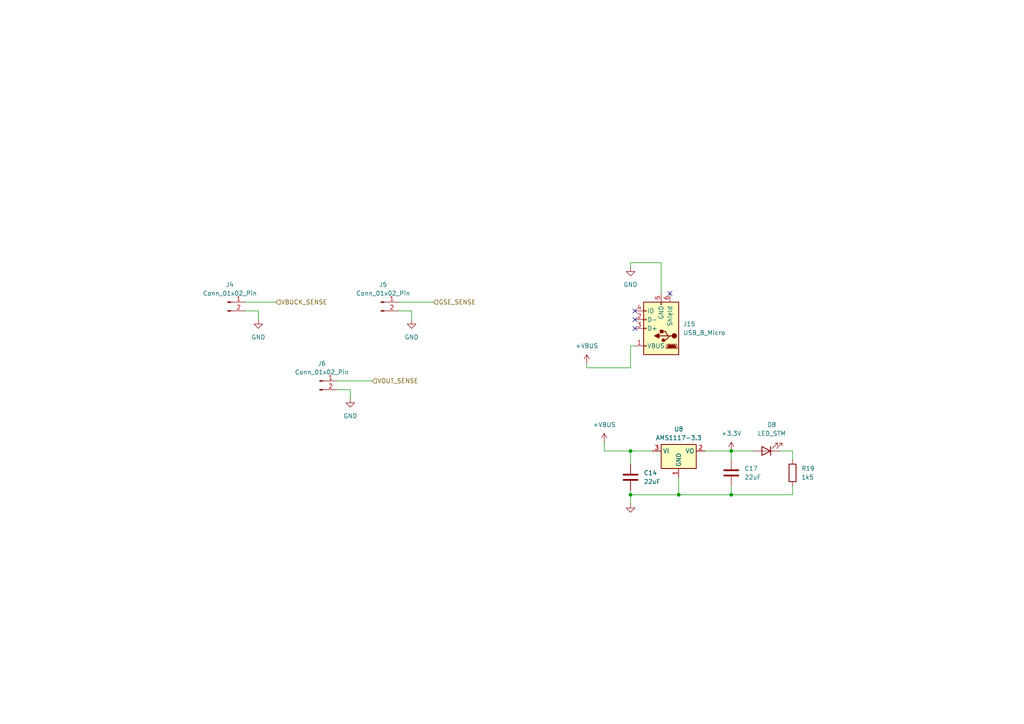
<source format=kicad_sch>
(kicad_sch (version 20250114) (generator "eeschema") (generator_version "9.0")
  (paper "A4")
  (lib_symbols
    (symbol "Connector:Conn_01x02_Pin" (pin_names (offset 1.016) (hide yes))
      (property "Reference" "J" (at 0 2.54 0))
      (property "Value" "Conn_01x02_Pin" (at 0 -5.08 0))
      (symbol "Conn_01x02_Pin_1_1"
        (rectangle (start 0.8636 0.127) (end 0 -0.127) (stroke (width 0.1524)) (fill (type outline)))
        (rectangle (start 0.8636 -2.413) (end 0 -2.667) (stroke (width 0.1524)) (fill (type outline)))
        (polyline (pts (xy 1.27 0) (xy 0.8636 0)) (stroke (width 0.1524)))
        (polyline (pts (xy 1.27 -2.54) (xy 0.8636 -2.54)) (stroke (width 0.1524)))
        (pin passive line (at 5.08 0 180) (length 3.81) (name "Pin_1") (number "1"))
        (pin passive line (at 5.08 -2.54 180) (length 3.81) (name "Pin_2") (number "2"))
      )
    )
    (symbol "Connector:USB_B_Micro" (pin_names (offset 1.016))
      (property "Reference" "J" (at -5.08 11.43 0))
      (property "Value" "USB_B_Micro" (at -5.08 8.89 0))
      (symbol "USB_B_Micro_0_1"
        (rectangle (start -5.08 -7.62) (end 5.08 7.62) (stroke (width 0.254)) (fill (type background)))
        (polyline (pts (xy -4.699 5.842) (xy -4.699 5.588) (xy -4.445 4.826) (xy -4.445 4.572) (xy -1.651 4.572) (xy -1.651 4.826) (xy -1.397 5.588) (xy -1.397 5.842) (xy -4.699 5.842)))
        (polyline (pts (xy -4.318 5.588) (xy -1.778 5.588) (xy -2.032 4.826) (xy -4.064 4.826) (xy -4.318 5.588)) (fill (type outline)))
        (circle (center -3.81 2.159) (radius 0.635) (stroke (width 0.254)) (fill (type outline)))
        (polyline (pts (xy -3.175 2.159) (xy -2.54 2.159) (xy -1.27 3.429) (xy -0.635 3.429)) (stroke (width 0.254)))
        (polyline (pts (xy -2.54 2.159) (xy -1.905 2.159) (xy -1.27 0.889) (xy 0 0.889)) (stroke (width 0.254)))
        (polyline (pts (xy -1.905 2.159) (xy 0.635 2.159)) (stroke (width 0.254)))
        (circle (center -0.635 3.429) (radius 0.381) (stroke (width 0.254)) (fill (type outline)))
        (rectangle (start -0.127 -7.62) (end 0.127 -6.858))
        (rectangle (start 0.254 1.27) (end -0.508 0.508) (stroke (width 0.254)) (fill (type outline)))
        (polyline (pts (xy 0.635 2.794) (xy 0.635 1.524) (xy 1.905 2.159) (xy 0.635 2.794)) (stroke (width 0.254)) (fill (type outline)))
        (rectangle (start 5.08 4.953) (end 4.318 5.207))
        (rectangle (start 5.08 -0.127) (end 4.318 0.127))
        (rectangle (start 5.08 -2.667) (end 4.318 -2.413))
        (rectangle (start 5.08 -5.207) (end 4.318 -4.953))
      )
      (symbol "USB_B_Micro_1_1"
        (pin passive line (at -2.54 -10.16 90) (length 2.54) (name "Shield") (number "6"))
        (pin power_out line (at 0 -10.16 90) (length 2.54) (name "GND") (number "5"))
        (pin power_out line (at 7.62 5.08 180) (length 2.54) (name "VBUS") (number "1"))
        (pin bidirectional line (at 7.62 0 180) (length 2.54) (name "D+") (number "3"))
        (pin bidirectional line (at 7.62 -2.54 180) (length 2.54) (name "D-") (number "2"))
        (pin passive line (at 7.62 -5.08 180) (length 2.54) (name "ID") (number "4"))
      )
    )
    (symbol "Device:C" (pin_numbers (hide yes)) (pin_names (offset 0.254))
      (property "Reference" "C" (at 0.635 2.54 0))
      (property "Value" "C" (at 0.635 -2.54 0))
      (symbol "C_0_1"
        (polyline (pts (xy -2.032 0.762) (xy 2.032 0.762)) (stroke (width 0.508)))
        (polyline (pts (xy -2.032 -0.762) (xy 2.032 -0.762)) (stroke (width 0.508)))
      )
      (symbol "C_1_1"
        (pin passive line (at 0 3.81 270) (length 2.794) (name "~") (number "1"))
        (pin passive line (at 0 -3.81 90) (length 2.794) (name "~") (number "2"))
      )
    )
    (symbol "Device:LED" (pin_numbers (hide yes)) (pin_names (offset 1.016) (hide yes))
      (property "Reference" "D" (at 0 2.54 0))
      (property "Value" "LED" (at 0 -2.54 0))
      (symbol "LED_0_1"
        (polyline (pts (xy -3.048 -0.762) (xy -4.572 -2.286) (xy -3.81 -2.286) (xy -4.572 -2.286) (xy -4.572 -1.524)))
        (polyline (pts (xy -1.778 -0.762) (xy -3.302 -2.286) (xy -2.54 -2.286) (xy -3.302 -2.286) (xy -3.302 -1.524)))
        (polyline (pts (xy -1.27 0) (xy 1.27 0)))
        (polyline (pts (xy -1.27 -1.27) (xy -1.27 1.27)) (stroke (width 0.254)))
        (polyline (pts (xy 1.27 -1.27) (xy 1.27 1.27) (xy -1.27 0) (xy 1.27 -1.27)) (stroke (width 0.254)))
      )
      (symbol "LED_1_1"
        (pin passive line (at -3.81 0 0) (length 2.54) (name "K") (number "1"))
        (pin passive line (at 3.81 0 180) (length 2.54) (name "A") (number "2"))
      )
    )
    (symbol "Device:R" (pin_numbers (hide yes)) (pin_names (offset 0))
      (property "Reference" "R" (at 2.032 0 90))
      (property "Value" "R" (at 0 0 90))
      (symbol "R_0_1"
        (rectangle (start -1.016 -2.54) (end 1.016 2.54) (stroke (width 0.254)))
      )
      (symbol "R_1_1"
        (pin passive line (at 0 3.81 270) (length 1.27) (name "~") (number "1"))
        (pin passive line (at 0 -3.81 90) (length 1.27) (name "~") (number "2"))
      )
    )
    (symbol "Regulator_Linear:AMS1117-3.3"
      (property "Reference" "U" (at -3.81 3.175 0))
      (property "Value" "AMS1117-3.3" (at 0 3.175 0))
      (symbol "AMS1117-3.3_0_1"
        (rectangle (start -5.08 -5.08) (end 5.08 1.905) (stroke (width 0.254)) (fill (type background)))
      )
      (symbol "AMS1117-3.3_1_1"
        (pin power_in line (at -7.62 0 0) (length 2.54) (name "VI") (number "3"))
        (pin power_in line (at 0 -7.62 90) (length 2.54) (name "GND") (number "1"))
        (pin power_out line (at 7.62 0 180) (length 2.54) (name "VO") (number "2"))
      )
    )
    (symbol "power:+3.3V" (power) (pin_numbers (hide yes)) (pin_names (offset 0) (hide yes))
      (property "Value" "+3.3V" (at 0 3.556 0))
      (symbol "+3.3V_0_1"
        (polyline (pts (xy -0.762 1.27) (xy 0 2.54)))
        (polyline (pts (xy 0 2.54) (xy 0.762 1.27)))
        (polyline (pts (xy 0 0) (xy 0 2.54)))
      )
      (symbol "+3.3V_1_1"
        (pin power_in line (at 0 0 90) (length 0) (name "~") (number "1"))
      )
    )
    (symbol "power:+5V" (power) (pin_numbers (hide yes)) (pin_names (offset 0) (hide yes))
      (property "Value" "+5V" (at 0 3.556 0))
      (symbol "+5V_0_1"
        (polyline (pts (xy -0.762 1.27) (xy 0 2.54)))
        (polyline (pts (xy 0 2.54) (xy 0.762 1.27)))
        (polyline (pts (xy 0 0) (xy 0 2.54)))
      )
      (symbol "+5V_1_1"
        (pin power_in line (at 0 0 90) (length 0) (name "~") (number "1"))
      )
    )
    (symbol "power:+VSW" (power) (pin_numbers (hide yes)) (pin_names (offset 0) (hide yes))
      (property "Value" "+VSW" (at 0 3.556 0))
      (symbol "+VSW_0_1"
        (polyline (pts (xy -0.762 1.27) (xy 0 2.54)))
        (polyline (pts (xy 0 2.54) (xy 0.762 1.27)))
        (polyline (pts (xy 0 0) (xy 0 2.54)))
      )
      (symbol "+VSW_1_1"
        (pin power_in line (at 0 0 90) (length 0) (name "~") (number "1"))
      )
    )
    (symbol "power:GND" (power) (pin_numbers (hide yes)) (pin_names (offset 0) (hide yes))
      (property "Value" "GND" (at 0 -3.81 0))
      (symbol "GND_0_1"
        (polyline (pts (xy 0 0) (xy 0 -1.27) (xy 1.27 -1.27) (xy 0 -2.54) (xy -1.27 -1.27) (xy 0 -1.27)))
      )
      (symbol "GND_1_1"
        (pin power_in line (at 0 0 270) (length 0) (name "~") (number "1"))
      )
    )
  )
  (junction (at 196.85 143.51))
  (junction (at 182.88 130.81))
  (junction (at 212.09 143.51))
  (junction (at 182.88 143.51))
  (junction (at 212.09 130.81))
  (no_connect (at 184.15 95.25))
  (no_connect (at 184.15 90.17))
  (no_connect (at 184.15 92.71))
  (no_connect (at 194.31 85.09))
  (wire (pts (xy 196.85 143.51) (xy 212.09 143.51)))
  (wire (pts (xy 226.06 130.81) (xy 229.87 130.81)))
  (wire (pts (xy 101.6 113.03) (xy 97.79 113.03)))
  (wire (pts (xy 182.88 76.2) (xy 182.88 77.47)))
  (wire (pts (xy 229.87 140.97) (xy 229.87 143.51)))
  (wire (pts (xy 97.79 110.49) (xy 107.95 110.49)))
  (wire (pts (xy 229.87 130.81) (xy 229.87 133.35)))
  (wire (pts (xy 212.09 130.81) (xy 218.44 130.81)))
  (wire (pts (xy 182.88 143.51) (xy 196.85 143.51)))
  (wire (pts (xy 229.87 143.51) (xy 212.09 143.51)))
  (wire (pts (xy 196.85 138.43) (xy 196.85 143.51)))
  (wire (pts (xy 182.88 100.33) (xy 184.15 100.33)))
  (wire (pts (xy 175.26 128.27) (xy 175.26 130.81)))
  (wire (pts (xy 182.88 130.81) (xy 182.88 134.62)))
  (wire (pts (xy 119.38 92.71) (xy 119.38 90.17)))
  (wire (pts (xy 212.09 140.97) (xy 212.09 143.51)))
  (wire (pts (xy 74.93 92.71) (xy 74.93 90.17)))
  (wire (pts (xy 101.6 115.57) (xy 101.6 113.03)))
  (wire (pts (xy 189.23 130.81) (xy 182.88 130.81)))
  (wire (pts (xy 115.57 87.63) (xy 125.73 87.63)))
  (wire (pts (xy 191.77 76.2) (xy 182.88 76.2)))
  (wire (pts (xy 204.47 130.81) (xy 212.09 130.81)))
  (wire (pts (xy 170.18 106.68) (xy 182.88 106.68)))
  (wire (pts (xy 175.26 130.81) (xy 182.88 130.81)))
  (wire (pts (xy 74.93 90.17) (xy 71.12 90.17)))
  (wire (pts (xy 212.09 130.81) (xy 212.09 133.35)))
  (wire (pts (xy 182.88 143.51) (xy 182.88 146.05)))
  (wire (pts (xy 182.88 106.68) (xy 182.88 100.33)))
  (wire (pts (xy 191.77 85.09) (xy 191.77 76.2)))
  (wire (pts (xy 71.12 87.63) (xy 80.01 87.63)))
  (wire (pts (xy 170.18 105.41) (xy 170.18 106.68)))
  (wire (pts (xy 182.88 142.24) (xy 182.88 143.51)))
  (wire (pts (xy 119.38 90.17) (xy 115.57 90.17)))
  (hierarchical_label "VOUT_SENSE" (shape input) (at 107.95 110.49 0))
  (hierarchical_label "VBUCK_SENSE" (shape input) (at 80.01 87.63 0))
  (hierarchical_label "GSE_SENSE" (shape input) (at 125.73 87.63 0))
  (symbol (lib_id "Device:C") (at 182.88 138.43 180) (unit 1)
    (property "Reference" "C14" (at 186.69 137.1599 0) (effects (justify right)))
    (property "Value" "22uF" (at 186.69 139.6999 0) (effects (justify right)))
    (property "Footprint" "Capacitor_SMD:C_0603_1608Metric" (effects (hide yes)))
    (property "Description" "Unpolarized capacitor" (effects (hide yes)))
  )
  (symbol (lib_id "Regulator_Linear:AMS1117-3.3") (at 196.85 130.81 0) (unit 1)
    (property "Reference" "U8" (at 196.85 124.46 0))
    (property "Value" "AMS1117-3.3" (at 196.85 127 0))
    (property "Footprint" "Package_TO_SOT_SMD:SOT-223-3_TabPin2" (effects (hide yes)))
    (property "Datasheet" "http://www.advanced-monolithic.com/pdf/ds1117.pdf" (effects (hide yes)))
    (property "Description" "1A Low Dropout regulator, positive, 3.3V fixed output, SOT-223" (effects (hide yes)))
  )
  (symbol (lib_id "Connector:Conn_01x02_Pin") (at 66.04 87.63 0) (unit 1)
    (property "Reference" "J4" (at 66.675 82.55 0))
    (property "Value" "Conn_01x02_Pin" (at 66.675 85.09 0))
    (property "Footprint" "Connector_PinHeader_2.54mm:PinHeader_1x02_P2.54mm_Vertical" (effects (hide yes)))
    (property "Description" "Generic connector, single row, 01x02, script generated" (effects (hide yes)))
  )
  (symbol (lib_id "Connector:Conn_01x02_Pin") (at 92.71 110.49 0) (unit 1)
    (property "Reference" "J6" (at 93.345 105.41 0))
    (property "Value" "Conn_01x02_Pin" (at 93.345 107.95 0))
    (property "Footprint" "Connector_PinHeader_2.54mm:PinHeader_1x02_P2.54mm_Vertical" (effects (hide yes)))
    (property "Description" "Generic connector, single row, 01x02, script generated" (effects (hide yes)))
  )
  (symbol (lib_id "power:GND") (at 182.88 146.05 0) (unit 1)
    (property "Reference" "#PWR054" (effects (hide yes)))
    (property "Value" "GND" (effects (hide yes)))
    (property "Description" "Power symbol creates a global label with name \"GND\" , ground" (effects (hide yes)))
  )
  (symbol (lib_id "power:+5V") (at 175.26 128.27 0) (unit 1)
    (property "Reference" "#PWR048" (effects (hide yes)))
    (property "Value" "+VBUS" (at 175.26 123.19 0))
    (property "Description" "Power symbol creates a global label with name \"+5V\"" (effects (hide yes)))
  )
  (symbol (lib_id "Device:R") (at 229.87 137.16 180) (unit 1)
    (property "Reference" "R19" (at 232.41 135.8899 0) (effects (justify right)))
    (property "Value" "1k5" (at 232.41 138.4299 0) (effects (justify right)))
    (property "Footprint" "Resistor_SMD:R_0603_1608Metric" (effects (hide yes)))
    (property "Description" "Resistor" (effects (hide yes)))
  )
  (symbol (lib_id "power:GND") (at 182.88 77.47 0) (unit 1)
    (property "Reference" "#PWR047" (effects (hide yes)))
    (property "Value" "GND" (at 182.88 82.55 0))
    (property "Description" "Power symbol creates a global label with name \"GND\" , ground" (effects (hide yes)))
  )
  (symbol (lib_id "Device:LED") (at 222.25 130.81 180) (unit 1)
    (property "Reference" "D8" (at 223.8375 123.19 0))
    (property "Value" "LED_STM" (at 223.8375 125.73 0))
    (property "Footprint" "Diode_SMD:D_0603_1608Metric" (effects (hide yes)))
    (property "Description" "Light emitting diode" (effects (hide yes)))
    (property "Sim.Pins" "1=K 2=A" (effects (hide yes)))
  )
  (symbol (lib_id "power:GND") (at 101.6 115.57 0) (unit 1)
    (property "Reference" "#PWR043" (effects (hide yes)))
    (property "Value" "GND" (at 101.6 120.65 0))
    (property "Description" "Power symbol creates a global label with name \"GND\" , ground" (effects (hide yes)))
  )
  (symbol (lib_id "power:+3.3V") (at 212.09 130.81 0) (unit 1)
    (property "Reference" "#PWR055" (effects (hide yes)))
    (property "Value" "+3.3V" (at 212.09 125.73 0))
    (property "Description" "Power symbol creates a global label with name \"+3.3V\"" (effects (hide yes)))
  )
  (symbol (lib_id "Connector:USB_B_Micro") (at 191.77 95.25 180) (unit 1)
    (property "Reference" "J15" (at 198.12 93.9799 0) (effects (justify right)))
    (property "Value" "USB_B_Micro" (at 198.12 96.5199 0) (effects (justify right)))
    (property "Footprint" "Connector_USB:USB_Micro-AB_Molex_47590-0001" (effects (hide yes)))
    (property "Description" "USB Micro Type B connector" (effects (hide yes)))
  )
  (symbol (lib_id "power:GND") (at 74.93 92.71 0) (unit 1)
    (property "Reference" "#PWR019" (effects (hide yes)))
    (property "Value" "GND" (at 74.93 97.79 0))
    (property "Description" "Power symbol creates a global label with name \"GND\" , ground" (effects (hide yes)))
  )
  (symbol (lib_id "power:GND") (at 119.38 92.71 0) (unit 1)
    (property "Reference" "#PWR020" (effects (hide yes)))
    (property "Value" "GND" (at 119.38 97.79 0))
    (property "Description" "Power symbol creates a global label with name \"GND\" , ground" (effects (hide yes)))
  )
  (symbol (lib_id "power:+VSW") (at 170.18 105.41 0) (unit 1)
    (property "Reference" "#PWR045" (effects (hide yes)))
    (property "Value" "+VBUS" (at 170.18 100.33 0))
    (property "Description" "Power symbol creates a global label with name \"+VSW\"" (effects (hide yes)))
  )
  (symbol (lib_id "Device:C") (at 212.09 137.16 180) (unit 1)
    (property "Reference" "C17" (at 215.9 135.8899 0) (effects (justify right)))
    (property "Value" "22uF" (at 215.9 138.4299 0) (effects (justify right)))
    (property "Footprint" "Capacitor_SMD:C_0603_1608Metric" (effects (hide yes)))
    (property "Description" "Unpolarized capacitor" (effects (hide yes)))
  )
  (symbol (lib_id "Connector:Conn_01x02_Pin") (at 110.49 87.63 0) (unit 1)
    (property "Reference" "J5" (at 111.125 82.55 0))
    (property "Value" "Conn_01x02_Pin" (at 111.125 85.09 0))
    (property "Footprint" "Connector_PinHeader_2.54mm:PinHeader_1x02_P2.54mm_Vertical" (effects (hide yes)))
    (property "Description" "Generic connector, single row, 01x02, script generated" (effects (hide yes)))
  )
)
</source>
